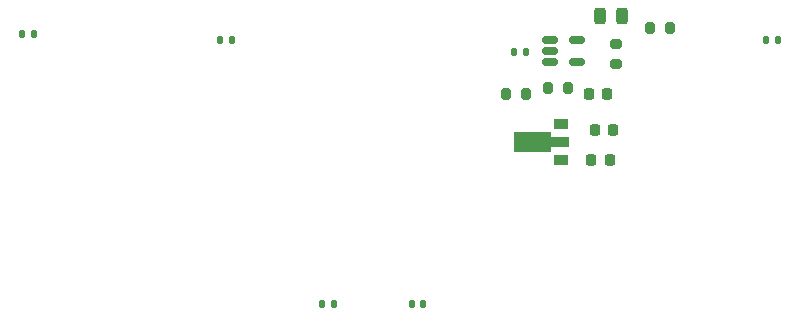
<source format=gbr>
%TF.GenerationSoftware,KiCad,Pcbnew,7.0.7*%
%TF.CreationDate,2024-08-10T15:19:47-05:00*%
%TF.ProjectId,LASK5,4c41534b-352e-46b6-9963-61645f706362,rev?*%
%TF.SameCoordinates,Original*%
%TF.FileFunction,Paste,Top*%
%TF.FilePolarity,Positive*%
%FSLAX46Y46*%
G04 Gerber Fmt 4.6, Leading zero omitted, Abs format (unit mm)*
G04 Created by KiCad (PCBNEW 7.0.7) date 2024-08-10 15:19:47*
%MOMM*%
%LPD*%
G01*
G04 APERTURE LIST*
G04 Aperture macros list*
%AMRoundRect*
0 Rectangle with rounded corners*
0 $1 Rounding radius*
0 $2 $3 $4 $5 $6 $7 $8 $9 X,Y pos of 4 corners*
0 Add a 4 corners polygon primitive as box body*
4,1,4,$2,$3,$4,$5,$6,$7,$8,$9,$2,$3,0*
0 Add four circle primitives for the rounded corners*
1,1,$1+$1,$2,$3*
1,1,$1+$1,$4,$5*
1,1,$1+$1,$6,$7*
1,1,$1+$1,$8,$9*
0 Add four rect primitives between the rounded corners*
20,1,$1+$1,$2,$3,$4,$5,0*
20,1,$1+$1,$4,$5,$6,$7,0*
20,1,$1+$1,$6,$7,$8,$9,0*
20,1,$1+$1,$8,$9,$2,$3,0*%
%AMFreePoly0*
4,1,9,3.862500,-0.866500,0.737500,-0.866500,0.737500,-0.450000,-0.737500,-0.450000,-0.737500,0.450000,0.737500,0.450000,0.737500,0.866500,3.862500,0.866500,3.862500,-0.866500,3.862500,-0.866500,$1*%
G04 Aperture macros list end*
%ADD10RoundRect,0.140000X-0.140000X-0.170000X0.140000X-0.170000X0.140000X0.170000X-0.140000X0.170000X0*%
%ADD11R,1.300000X0.900000*%
%ADD12FreePoly0,180.000000*%
%ADD13RoundRect,0.150000X-0.512500X-0.150000X0.512500X-0.150000X0.512500X0.150000X-0.512500X0.150000X0*%
%ADD14RoundRect,0.200000X-0.200000X-0.275000X0.200000X-0.275000X0.200000X0.275000X-0.200000X0.275000X0*%
%ADD15RoundRect,0.225000X-0.225000X-0.250000X0.225000X-0.250000X0.225000X0.250000X-0.225000X0.250000X0*%
%ADD16RoundRect,0.243750X-0.243750X-0.456250X0.243750X-0.456250X0.243750X0.456250X-0.243750X0.456250X0*%
%ADD17RoundRect,0.200000X0.275000X-0.200000X0.275000X0.200000X-0.275000X0.200000X-0.275000X-0.200000X0*%
G04 APERTURE END LIST*
D10*
%TO.C,C2*%
X122484000Y-71120000D03*
X123444000Y-71120000D03*
%TD*%
D11*
%TO.C,U1*%
X168066000Y-81764000D03*
D12*
X167978500Y-80264000D03*
D11*
X168066000Y-78764000D03*
%TD*%
D10*
%TO.C,C6*%
X155476000Y-93980000D03*
X156436000Y-93980000D03*
%TD*%
D13*
%TO.C,U2*%
X167132000Y-71628000D03*
X167132000Y-72578000D03*
X167132000Y-73528000D03*
X169407000Y-73528000D03*
X169407000Y-71628000D03*
%TD*%
D10*
%TO.C,C5*%
X147884000Y-93980000D03*
X148844000Y-93980000D03*
%TD*%
%TO.C,C4*%
X139248000Y-71628000D03*
X140208000Y-71628000D03*
%TD*%
D14*
%TO.C,R4*%
X163450000Y-76200000D03*
X165100000Y-76200000D03*
%TD*%
D10*
%TO.C,C3*%
X185476000Y-71628000D03*
X186436000Y-71628000D03*
%TD*%
D15*
%TO.C,C8*%
X170929000Y-79248000D03*
X172479000Y-79248000D03*
%TD*%
%TO.C,C9*%
X170421000Y-76200000D03*
X171971000Y-76200000D03*
%TD*%
D14*
%TO.C,R1*%
X175642000Y-70612000D03*
X177292000Y-70612000D03*
%TD*%
D16*
%TO.C,D1*%
X171353000Y-69596000D03*
X173228000Y-69596000D03*
%TD*%
D17*
%TO.C,R2*%
X172720000Y-73660000D03*
X172720000Y-72010000D03*
%TD*%
D14*
%TO.C,R3*%
X167006000Y-75692000D03*
X168656000Y-75692000D03*
%TD*%
D10*
%TO.C,C1*%
X164140000Y-72644000D03*
X165100000Y-72644000D03*
%TD*%
D15*
%TO.C,C7*%
X170662000Y-81788000D03*
X172212000Y-81788000D03*
%TD*%
M02*

</source>
